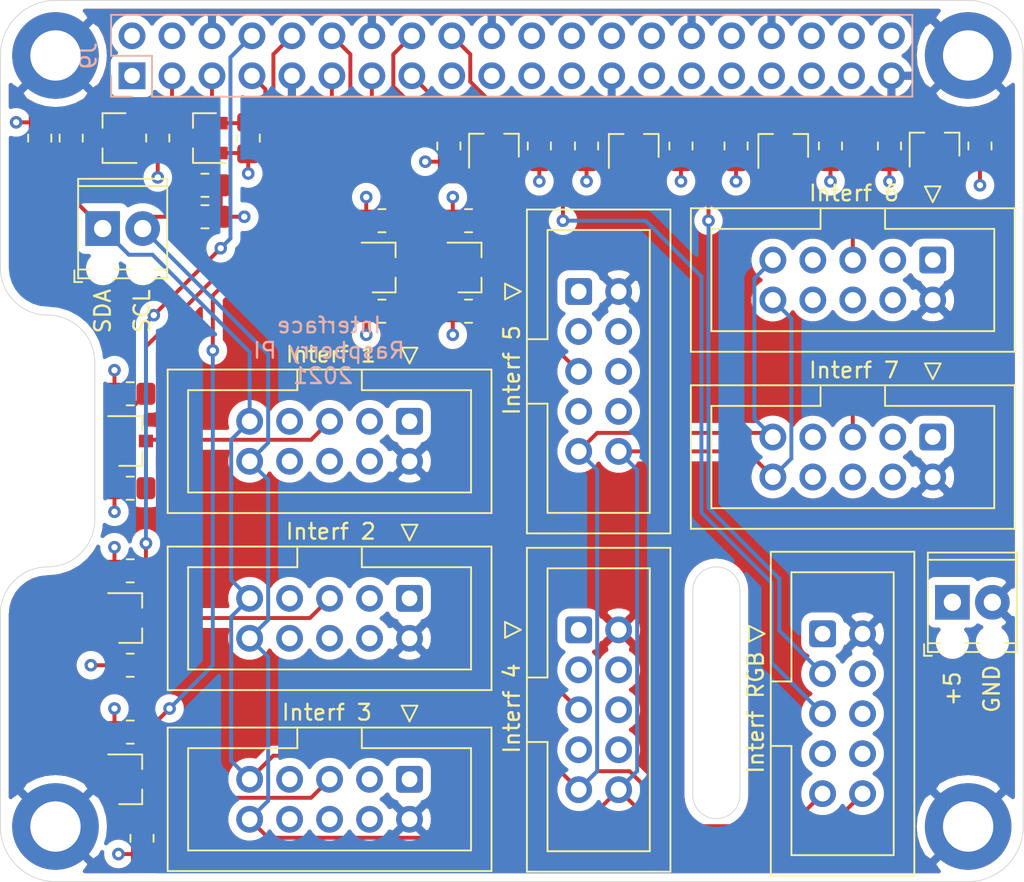
<source format=kicad_pcb>
(kicad_pcb (version 20171130) (host pcbnew 5.1.9-1.fc33)
  (layers (0 F.Cu signal) (1 In1.Cu power) (2 In2.Cu power) (31 B.Cu signal) (34 B.Paste user) (35 F.Paste user) (36 B.SilkS user) (37 F.SilkS user) (38 B.Mask user) (39 F.Mask user) (44 Edge.Cuts user))
  (net 0 "")
  (net 1 SCL_5)
  (net 2 "Net-(J1-Pad8)")
  (net 3 "Net-(J1-Pad6)")
  (net 4 "Net-(J1-Pad4)")
  (net 5 GND)
  (net 6 SDA_5)
  (net 7 "Net-(J1-Pad7)")
  (net 8 IRQ_5)
  (net 9 "Net-(J1-Pad3)")
  (net 10 +5V)
  (net 11 "Net-(J2-Pad8)")
  (net 12 "Net-(J2-Pad6)")
  (net 13 "Net-(J2-Pad4)")
  (net 14 "Net-(J2-Pad7)")
  (net 15 IRQ_7)
  (net 16 "Net-(J2-Pad3)")
  (net 17 "Net-(J3-Pad8)")
  (net 18 "Net-(J3-Pad6)")
  (net 19 "Net-(J3-Pad4)")
  (net 20 "Net-(J3-Pad7)")
  (net 21 IRQ_1)
  (net 22 "Net-(J3-Pad3)")
  (net 23 "Net-(J4-Pad8)")
  (net 24 "Net-(J4-Pad6)")
  (net 25 "Net-(J4-Pad4)")
  (net 26 "Net-(J4-Pad7)")
  (net 27 IRQ_3)
  (net 28 "Net-(J4-Pad3)")
  (net 29 "Net-(J5-Pad8)")
  (net 30 "Net-(J5-Pad6)")
  (net 31 "Net-(J5-Pad4)")
  (net 32 "Net-(J5-Pad7)")
  (net 33 IRQ_6)
  (net 34 "Net-(J5-Pad3)")
  (net 35 "Net-(J6-Pad8)")
  (net 36 "Net-(J6-Pad6)")
  (net 37 "Net-(J6-Pad4)")
  (net 38 "Net-(J6-Pad7)")
  (net 39 IRQ_RGB)
  (net 40 CMD_LED)
  (net 41 "Net-(J7-Pad8)")
  (net 42 "Net-(J7-Pad6)")
  (net 43 "Net-(J7-Pad4)")
  (net 44 "Net-(J7-Pad7)")
  (net 45 IRQ_2)
  (net 46 "Net-(J7-Pad3)")
  (net 47 "Net-(J8-Pad8)")
  (net 48 "Net-(J8-Pad6)")
  (net 49 "Net-(J8-Pad4)")
  (net 50 "Net-(J8-Pad7)")
  (net 51 IRQ_4)
  (net 52 "Net-(J8-Pad3)")
  (net 53 "Net-(J9-Pad40)")
  (net 54 "Net-(J9-Pad38)")
  (net 55 "Net-(J9-Pad37)")
  (net 56 "Net-(J9-Pad36)")
  (net 57 "Net-(J9-Pad35)")
  (net 58 "Net-(J9-Pad33)")
  (net 59 "Net-(J9-Pad32)")
  (net 60 "Net-(J9-Pad31)")
  (net 61 "Net-(J9-Pad29)")
  (net 62 "Net-(J9-Pad28)")
  (net 63 "Net-(J9-Pad27)")
  (net 64 "Net-(J9-Pad26)")
  (net 65 "Net-(J9-Pad24)")
  (net 66 "Net-(J9-Pad23)")
  (net 67 "Net-(J9-Pad22)")
  (net 68 "Net-(J9-Pad21)")
  (net 69 "Net-(J9-Pad19)")
  (net 70 /sheet6066AC71/LV)
  (net 71 +3V3)
  (net 72 /sheet6066AC6D/LV)
  (net 73 /sheet6066AC69/LV)
  (net 74 /sheet60678434/LV)
  (net 75 /sheet6066A90B/LV)
  (net 76 /sheet60660B0A/LV)
  (net 77 /sheet606607B4/LV)
  (net 78 /sheet60654D4D/LV)
  (net 79 /sheet606549F7/LV)
  (net 80 SCL_33)
  (net 81 SDA_33)
  (module Resistor_SMD:R_0805_2012Metric_Pad1.20x1.40mm_HandSolder (layer F.Cu) (at 88 103.75 180)
    (fp_text reference R25 hide)
    (fp_text value 4.7k)
    (pad 2 smd roundrect (at 1 0 180) (size 1.2 1.4) (layers F.Cu F.Paste F.Mask) (roundrect_rratio 0.208333) (net 1 SCL_5))
    (pad 1 smd roundrect (at -1 0 180) (size 1.2 1.4) (layers F.Cu F.Paste F.Mask) (roundrect_rratio 0.208333) (net 10 +5V))
  )
  (module Resistor_SMD:R_0805_2012Metric_Pad1.20x1.40mm_HandSolder (layer F.Cu) (at 77.5 98.75 270)
    (fp_text reference R24 hide)
    (fp_text value 4.7k)
    (pad 2 smd roundrect (at 1 0 270) (size 1.2 1.4) (layers F.Cu F.Paste F.Mask) (roundrect_rratio 0.208333) (net 6 SDA_5))
    (pad 1 smd roundrect (at -1 0 270) (size 1.2 1.4) (layers F.Cu F.Paste F.Mask) (roundrect_rratio 0.208333) (net 10 +5V))
  )
  (module TerminalBlock_Phoenix:TerminalBlock_Phoenix_MPT-0,5-2-2.54_1x02_P2.54mm_Horizontal (layer F.Cu) (at 135.5 128.25)
    (fp_text reference J11 hide)
    (fp_text value "I2C 5V")
    (pad "" np_thru_hole circle (at 2.54 2.54) (size 1.1 1.1) (drill 1.1) (layers *.Cu *.Mask))
    (pad 2 thru_hole circle (at 2.54 0) (size 2.2 2.2) (drill 1.1) (layers *.Cu *.Mask) (net 5 GND))
    (pad "" np_thru_hole circle (at 0 2.54) (size 1.1 1.1) (drill 1.1) (layers *.Cu *.Mask))
    (pad 1 thru_hole rect (at 0 0) (size 2.2 2.2) (drill 1.1) (layers *.Cu *.Mask) (net 10 +5V))
  )
  (module TerminalBlock_Phoenix:TerminalBlock_Phoenix_MPT-0,5-2-2.54_1x02_P2.54mm_Horizontal (layer F.Cu) (at 81.5 104.5)
    (fp_text reference J10 hide)
    (fp_text value "I2C 5V")
    (pad "" np_thru_hole circle (at 2.54 2.54) (size 1.1 1.1) (drill 1.1) (layers *.Cu *.Mask))
    (pad 2 thru_hole circle (at 2.54 0) (size 2.2 2.2) (drill 1.1) (layers *.Cu *.Mask) (net 1 SCL_5))
    (pad "" np_thru_hole circle (at 0 2.54) (size 1.1 1.1) (drill 1.1) (layers *.Cu *.Mask))
    (pad 1 thru_hole rect (at 0 0) (size 2.2 2.2) (drill 1.1) (layers *.Cu *.Mask) (net 6 SDA_5))
  )
  (module MountingHole:MountingHole_3.2mm_M3_ISO14580_Pad (layer F.Cu) (at 136.5 142.5)
    (fp_text reference H4 hide)
    (fp_text value MountingHole_Pad)
    (pad 1 thru_hole circle (at 0 0) (size 5.5 5.5) (drill 3.2) (layers *.Cu *.Mask) (net 5 GND))
  )
  (module MountingHole:MountingHole_3.2mm_M3_ISO14580_Pad (layer F.Cu) (at 136.5 93.5)
    (fp_text reference H3 hide)
    (fp_text value MountingHole_Pad)
    (pad 1 thru_hole circle (at 0 0) (size 5.5 5.5) (drill 3.2) (layers *.Cu *.Mask) (net 5 GND))
  )
  (module MountingHole:MountingHole_3.2mm_M3_ISO14580_Pad (layer F.Cu) (at 78.5 142.5)
    (fp_text reference H2 hide)
    (fp_text value MountingHole_Pad)
    (pad 1 thru_hole circle (at 0 0) (size 5.5 5.5) (drill 3.2) (layers *.Cu *.Mask) (net 5 GND))
  )
  (module MountingHole:MountingHole_3.2mm_M3_ISO14580_Pad (layer F.Cu) (at 78.5 93.5)
    (fp_text reference H1 hide)
    (fp_text value MountingHole_Pad)
    (pad 1 thru_hole circle (at 0 0) (size 5.5 5.5) (drill 3.2) (layers *.Cu *.Mask) (net 5 GND))
  )
  (module Resistor_SMD:R_0805_2012Metric_Pad1.20x1.40mm_HandSolder (layer F.Cu) (at 118.25 99.25 90)
    (fp_text reference R22 hide)
    (fp_text value 10K)
    (pad 2 smd roundrect (at 1 0 90) (size 1.2 1.4) (layers F.Cu F.Paste F.Mask) (roundrect_rratio 0.208333) (net 40 CMD_LED))
    (pad 1 smd roundrect (at -1 0 90) (size 1.2 1.4) (layers F.Cu F.Paste F.Mask) (roundrect_rratio 0.208333) (net 10 +5V))
  )
  (module Resistor_SMD:R_0805_2012Metric_Pad1.20x1.40mm_HandSolder (layer F.Cu) (at 112.25 99.25 90)
    (fp_text reference R21 hide)
    (fp_text value 10K)
    (pad 2 smd roundrect (at 1 0 90) (size 1.2 1.4) (layers F.Cu F.Paste F.Mask) (roundrect_rratio 0.208333) (net 74 /sheet60678434/LV))
    (pad 1 smd roundrect (at -1 0 90) (size 1.2 1.4) (layers F.Cu F.Paste F.Mask) (roundrect_rratio 0.208333) (net 71 +3V3))
  )
  (module Resistor_SMD:R_0805_2012Metric_Pad1.20x1.40mm_HandSolder (layer F.Cu) (at 109.25 99.25 90)
    (fp_text reference R20 hide)
    (fp_text value 10K)
    (pad 2 smd roundrect (at 1 0 90) (size 1.2 1.4) (layers F.Cu F.Paste F.Mask) (roundrect_rratio 0.208333) (net 39 IRQ_RGB))
    (pad 1 smd roundrect (at -1 0 90) (size 1.2 1.4) (layers F.Cu F.Paste F.Mask) (roundrect_rratio 0.208333) (net 10 +5V))
  )
  (module Resistor_SMD:R_0805_2012Metric_Pad1.20x1.40mm_HandSolder (layer F.Cu) (at 103.5 99.25 90)
    (fp_text reference R19 hide)
    (fp_text value 10K)
    (pad 2 smd roundrect (at 1 0 90) (size 1.2 1.4) (layers F.Cu F.Paste F.Mask) (roundrect_rratio 0.208333) (net 70 /sheet6066AC71/LV))
    (pad 1 smd roundrect (at -1 0 90) (size 1.2 1.4) (layers F.Cu F.Paste F.Mask) (roundrect_rratio 0.208333) (net 71 +3V3))
  )
  (module Resistor_SMD:R_0805_2012Metric_Pad1.20x1.40mm_HandSolder (layer F.Cu) (at 127.75 99.25 90)
    (fp_text reference R18 hide)
    (fp_text value 10K)
    (pad 2 smd roundrect (at 1 0 90) (size 1.2 1.4) (layers F.Cu F.Paste F.Mask) (roundrect_rratio 0.208333) (net 33 IRQ_6))
    (pad 1 smd roundrect (at -1 0 90) (size 1.2 1.4) (layers F.Cu F.Paste F.Mask) (roundrect_rratio 0.208333) (net 10 +5V))
  )
  (module Resistor_SMD:R_0805_2012Metric_Pad1.20x1.40mm_HandSolder (layer F.Cu) (at 121.75 99.25 90)
    (fp_text reference R17 hide)
    (fp_text value 10K)
    (pad 2 smd roundrect (at 1 0 90) (size 1.2 1.4) (layers F.Cu F.Paste F.Mask) (roundrect_rratio 0.208333) (net 72 /sheet6066AC6D/LV))
    (pad 1 smd roundrect (at -1 0 90) (size 1.2 1.4) (layers F.Cu F.Paste F.Mask) (roundrect_rratio 0.208333) (net 71 +3V3))
  )
  (module Resistor_SMD:R_0805_2012Metric_Pad1.20x1.40mm_HandSolder (layer F.Cu) (at 137.25 99.25 90)
    (fp_text reference R16 hide)
    (fp_text value 10K)
    (pad 2 smd roundrect (at 1 0 90) (size 1.2 1.4) (layers F.Cu F.Paste F.Mask) (roundrect_rratio 0.208333) (net 15 IRQ_7))
    (pad 1 smd roundrect (at -1 0 90) (size 1.2 1.4) (layers F.Cu F.Paste F.Mask) (roundrect_rratio 0.208333) (net 10 +5V))
  )
  (module Resistor_SMD:R_0805_2012Metric_Pad1.20x1.40mm_HandSolder (layer F.Cu) (at 131.5 99.25 90)
    (fp_text reference R15 hide)
    (fp_text value 10K)
    (pad 2 smd roundrect (at 1 0 90) (size 1.2 1.4) (layers F.Cu F.Paste F.Mask) (roundrect_rratio 0.208333) (net 73 /sheet6066AC69/LV))
    (pad 1 smd roundrect (at -1 0 90) (size 1.2 1.4) (layers F.Cu F.Paste F.Mask) (roundrect_rratio 0.208333) (net 71 +3V3))
  )
  (module Resistor_SMD:R_0805_2012Metric_Pad1.20x1.40mm_HandSolder (layer F.Cu) (at 104.75 109.75)
    (fp_text reference R14 hide)
    (fp_text value 10K)
    (pad 2 smd roundrect (at 1 0) (size 1.2 1.4) (layers F.Cu F.Paste F.Mask) (roundrect_rratio 0.208333) (net 8 IRQ_5))
    (pad 1 smd roundrect (at -1 0) (size 1.2 1.4) (layers F.Cu F.Paste F.Mask) (roundrect_rratio 0.208333) (net 10 +5V))
  )
  (module Resistor_SMD:R_0805_2012Metric_Pad1.20x1.40mm_HandSolder (layer F.Cu) (at 104.75 104)
    (fp_text reference R13 hide)
    (fp_text value 10K)
    (pad 2 smd roundrect (at 1 0) (size 1.2 1.4) (layers F.Cu F.Paste F.Mask) (roundrect_rratio 0.208333) (net 75 /sheet6066A90B/LV))
    (pad 1 smd roundrect (at -1 0) (size 1.2 1.4) (layers F.Cu F.Paste F.Mask) (roundrect_rratio 0.208333) (net 71 +3V3))
  )
  (module Resistor_SMD:R_0805_2012Metric_Pad1.20x1.40mm_HandSolder (layer F.Cu) (at 99.25 109.75)
    (fp_text reference R12 hide)
    (fp_text value 10K)
    (pad 2 smd roundrect (at 1 0) (size 1.2 1.4) (layers F.Cu F.Paste F.Mask) (roundrect_rratio 0.208333) (net 51 IRQ_4))
    (pad 1 smd roundrect (at -1 0) (size 1.2 1.4) (layers F.Cu F.Paste F.Mask) (roundrect_rratio 0.208333) (net 10 +5V))
  )
  (module Resistor_SMD:R_0805_2012Metric_Pad1.20x1.40mm_HandSolder (layer F.Cu) (at 99.25 104)
    (fp_text reference R11 hide)
    (fp_text value 10K)
    (pad 2 smd roundrect (at 1 0) (size 1.2 1.4) (layers F.Cu F.Paste F.Mask) (roundrect_rratio 0.208333) (net 76 /sheet60660B0A/LV))
    (pad 1 smd roundrect (at -1 0) (size 1.2 1.4) (layers F.Cu F.Paste F.Mask) (roundrect_rratio 0.208333) (net 71 +3V3))
  )
  (module Resistor_SMD:R_0805_2012Metric_Pad1.20x1.40mm_HandSolder (layer F.Cu) (at 84 143.25 90)
    (fp_text reference R10 hide)
    (fp_text value 10K)
    (pad 2 smd roundrect (at 1 0 90) (size 1.2 1.4) (layers F.Cu F.Paste F.Mask) (roundrect_rratio 0.208333) (net 27 IRQ_3))
    (pad 1 smd roundrect (at -1 0 90) (size 1.2 1.4) (layers F.Cu F.Paste F.Mask) (roundrect_rratio 0.208333) (net 10 +5V))
  )
  (module Resistor_SMD:R_0805_2012Metric_Pad1.20x1.40mm_HandSolder (layer F.Cu) (at 83.25 136.5)
    (fp_text reference R9 hide)
    (fp_text value 10K)
    (pad 2 smd roundrect (at 1 0) (size 1.2 1.4) (layers F.Cu F.Paste F.Mask) (roundrect_rratio 0.208333) (net 77 /sheet606607B4/LV))
    (pad 1 smd roundrect (at -1 0) (size 1.2 1.4) (layers F.Cu F.Paste F.Mask) (roundrect_rratio 0.208333) (net 71 +3V3))
  )
  (module Resistor_SMD:R_0805_2012Metric_Pad1.20x1.40mm_HandSolder (layer F.Cu) (at 83.25 132.25)
    (fp_text reference R8 hide)
    (fp_text value 10K)
    (pad 2 smd roundrect (at 1 0) (size 1.2 1.4) (layers F.Cu F.Paste F.Mask) (roundrect_rratio 0.208333) (net 45 IRQ_2))
    (pad 1 smd roundrect (at -1 0) (size 1.2 1.4) (layers F.Cu F.Paste F.Mask) (roundrect_rratio 0.208333) (net 10 +5V))
  )
  (module Resistor_SMD:R_0805_2012Metric_Pad1.20x1.40mm_HandSolder (layer F.Cu) (at 83.25 126.25)
    (fp_text reference R7 hide)
    (fp_text value 10K)
    (pad 2 smd roundrect (at 1 0) (size 1.2 1.4) (layers F.Cu F.Paste F.Mask) (roundrect_rratio 0.208333) (net 78 /sheet60654D4D/LV))
    (pad 1 smd roundrect (at -1 0) (size 1.2 1.4) (layers F.Cu F.Paste F.Mask) (roundrect_rratio 0.208333) (net 71 +3V3))
  )
  (module Resistor_SMD:R_0805_2012Metric_Pad1.20x1.40mm_HandSolder (layer F.Cu) (at 83.25 121)
    (fp_text reference R6 hide)
    (fp_text value 10K)
    (pad 2 smd roundrect (at 1 0) (size 1.2 1.4) (layers F.Cu F.Paste F.Mask) (roundrect_rratio 0.208333) (net 21 IRQ_1))
    (pad 1 smd roundrect (at -1 0) (size 1.2 1.4) (layers F.Cu F.Paste F.Mask) (roundrect_rratio 0.208333) (net 10 +5V))
  )
  (module Resistor_SMD:R_0805_2012Metric_Pad1.20x1.40mm_HandSolder (layer F.Cu) (at 83.25 115)
    (fp_text reference R5 hide)
    (fp_text value 10K)
    (pad 2 smd roundrect (at 1 0) (size 1.2 1.4) (layers F.Cu F.Paste F.Mask) (roundrect_rratio 0.208333) (net 79 /sheet606549F7/LV))
    (pad 1 smd roundrect (at -1 0) (size 1.2 1.4) (layers F.Cu F.Paste F.Mask) (roundrect_rratio 0.208333) (net 71 +3V3))
  )
  (module Resistor_SMD:R_0805_2012Metric_Pad1.20x1.40mm_HandSolder (layer F.Cu) (at 88 101.75 180)
    (fp_text reference R4 hide)
    (fp_text value 10K)
    (pad 2 smd roundrect (at 1 0 180) (size 1.2 1.4) (layers F.Cu F.Paste F.Mask) (roundrect_rratio 0.208333) (net 1 SCL_5))
    (pad 1 smd roundrect (at -1 0 180) (size 1.2 1.4) (layers F.Cu F.Paste F.Mask) (roundrect_rratio 0.208333) (net 10 +5V))
  )
  (module Resistor_SMD:R_0805_2012Metric_Pad1.20x1.40mm_HandSolder (layer F.Cu) (at 90.75 98.75 90)
    (fp_text reference R3 hide)
    (fp_text value 10K)
    (pad 2 smd roundrect (at 1 0 90) (size 1.2 1.4) (layers F.Cu F.Paste F.Mask) (roundrect_rratio 0.208333) (net 80 SCL_33))
    (pad 1 smd roundrect (at -1 0 90) (size 1.2 1.4) (layers F.Cu F.Paste F.Mask) (roundrect_rratio 0.208333) (net 71 +3V3))
  )
  (module Resistor_SMD:R_0805_2012Metric_Pad1.20x1.40mm_HandSolder (layer F.Cu) (at 79.5 98.75 270)
    (fp_text reference R2 hide)
    (fp_text value 10K)
    (pad 2 smd roundrect (at 1 0 270) (size 1.2 1.4) (layers F.Cu F.Paste F.Mask) (roundrect_rratio 0.208333) (net 6 SDA_5))
    (pad 1 smd roundrect (at -1 0 270) (size 1.2 1.4) (layers F.Cu F.Paste F.Mask) (roundrect_rratio 0.208333) (net 10 +5V))
  )
  (module Resistor_SMD:R_0805_2012Metric_Pad1.20x1.40mm_HandSolder (layer F.Cu) (at 85 98.75 90)
    (fp_text reference R1 hide)
    (fp_text value 10K)
    (pad 2 smd roundrect (at 1 0 90) (size 1.2 1.4) (layers F.Cu F.Paste F.Mask) (roundrect_rratio 0.208333) (net 81 SDA_33))
    (pad 1 smd roundrect (at -1 0 90) (size 1.2 1.4) (layers F.Cu F.Paste F.Mask) (roundrect_rratio 0.208333) (net 71 +3V3))
  )
  (module Package_TO_SOT_SMD:SOT-23 (layer F.Cu) (at 115.25 99.25 90)
    (fp_text reference Q11 hide)
    (fp_text value BSS138)
    (pad 3 smd rect (at 1 0 90) (size 0.9 0.8) (layers F.Cu F.Paste F.Mask) (net 40 CMD_LED))
    (pad 2 smd rect (at -1 0.95 90) (size 0.9 0.8) (layers F.Cu F.Paste F.Mask) (net 74 /sheet60678434/LV))
    (pad 1 smd rect (at -1 -0.95 90) (size 0.9 0.8) (layers F.Cu F.Paste F.Mask) (net 71 +3V3))
  )
  (module Package_TO_SOT_SMD:SOT-23 (layer F.Cu) (at 106.365001 99.235001 90)
    (fp_text reference Q10 hide)
    (fp_text value BSS138)
    (pad 3 smd rect (at 1 0 90) (size 0.9 0.8) (layers F.Cu F.Paste F.Mask) (net 39 IRQ_RGB))
    (pad 2 smd rect (at -1 0.95 90) (size 0.9 0.8) (layers F.Cu F.Paste F.Mask) (net 70 /sheet6066AC71/LV))
    (pad 1 smd rect (at -1 -0.95 90) (size 0.9 0.8) (layers F.Cu F.Paste F.Mask) (net 71 +3V3))
  )
  (module Package_TO_SOT_SMD:SOT-23 (layer F.Cu) (at 124.75 99.25 90)
    (fp_text reference Q9 hide)
    (fp_text value BSS138)
    (pad 3 smd rect (at 1 0 90) (size 0.9 0.8) (layers F.Cu F.Paste F.Mask) (net 33 IRQ_6))
    (pad 2 smd rect (at -1 0.95 90) (size 0.9 0.8) (layers F.Cu F.Paste F.Mask) (net 72 /sheet6066AC6D/LV))
    (pad 1 smd rect (at -1 -0.95 90) (size 0.9 0.8) (layers F.Cu F.Paste F.Mask) (net 71 +3V3))
  )
  (module Package_TO_SOT_SMD:SOT-23 (layer F.Cu) (at 134.365001 99.165001 90)
    (fp_text reference Q8 hide)
    (fp_text value BSS138)
    (pad 3 smd rect (at 1 0 90) (size 0.9 0.8) (layers F.Cu F.Paste F.Mask) (net 15 IRQ_7))
    (pad 2 smd rect (at -1 0.95 90) (size 0.9 0.8) (layers F.Cu F.Paste F.Mask) (net 73 /sheet6066AC69/LV))
    (pad 1 smd rect (at -1 -0.95 90) (size 0.9 0.8) (layers F.Cu F.Paste F.Mask) (net 71 +3V3))
  )
  (module Package_TO_SOT_SMD:SOT-23 (layer F.Cu) (at 104.815001 106.975001)
    (fp_text reference Q7 hide)
    (fp_text value BSS138)
    (pad 3 smd rect (at 1 0) (size 0.9 0.8) (layers F.Cu F.Paste F.Mask) (net 8 IRQ_5))
    (pad 2 smd rect (at -1 0.95) (size 0.9 0.8) (layers F.Cu F.Paste F.Mask) (net 75 /sheet6066A90B/LV))
    (pad 1 smd rect (at -1 -0.95) (size 0.9 0.8) (layers F.Cu F.Paste F.Mask) (net 71 +3V3))
  )
  (module Package_TO_SOT_SMD:SOT-23 (layer F.Cu) (at 99.355001 106.975001)
    (fp_text reference Q6 hide)
    (fp_text value BSS138)
    (pad 3 smd rect (at 1 0) (size 0.9 0.8) (layers F.Cu F.Paste F.Mask) (net 51 IRQ_4))
    (pad 2 smd rect (at -1 0.95) (size 0.9 0.8) (layers F.Cu F.Paste F.Mask) (net 76 /sheet60660B0A/LV))
    (pad 1 smd rect (at -1 -0.95) (size 0.9 0.8) (layers F.Cu F.Paste F.Mask) (net 71 +3V3))
  )
  (module Package_TO_SOT_SMD:SOT-23 (layer F.Cu) (at 83.25 139.5)
    (fp_text reference Q5 hide)
    (fp_text value BSS138)
    (pad 3 smd rect (at 1 0) (size 0.9 0.8) (layers F.Cu F.Paste F.Mask) (net 27 IRQ_3))
    (pad 2 smd rect (at -1 0.95) (size 0.9 0.8) (layers F.Cu F.Paste F.Mask) (net 77 /sheet606607B4/LV))
    (pad 1 smd rect (at -1 -0.95) (size 0.9 0.8) (layers F.Cu F.Paste F.Mask) (net 71 +3V3))
  )
  (module Package_TO_SOT_SMD:SOT-23 (layer F.Cu) (at 83.25 129.25)
    (fp_text reference Q4 hide)
    (fp_text value BSS138)
    (pad 3 smd rect (at 1 0) (size 0.9 0.8) (layers F.Cu F.Paste F.Mask) (net 45 IRQ_2))
    (pad 2 smd rect (at -1 0.95) (size 0.9 0.8) (layers F.Cu F.Paste F.Mask) (net 78 /sheet60654D4D/LV))
    (pad 1 smd rect (at -1 -0.95) (size 0.9 0.8) (layers F.Cu F.Paste F.Mask) (net 71 +3V3))
  )
  (module Package_TO_SOT_SMD:SOT-23 (layer F.Cu) (at 83.25 118)
    (fp_text reference Q3 hide)
    (fp_text value BSS138)
    (pad 3 smd rect (at 1 0) (size 0.9 0.8) (layers F.Cu F.Paste F.Mask) (net 21 IRQ_1))
    (pad 2 smd rect (at -1 0.95) (size 0.9 0.8) (layers F.Cu F.Paste F.Mask) (net 79 /sheet606549F7/LV))
    (pad 1 smd rect (at -1 -0.95) (size 0.9 0.8) (layers F.Cu F.Paste F.Mask) (net 71 +3V3))
  )
  (module Package_TO_SOT_SMD:SOT-23 (layer F.Cu) (at 88 98.75 180)
    (fp_text reference Q2 hide)
    (fp_text value BSS138)
    (pad 3 smd rect (at 1 0 180) (size 0.9 0.8) (layers F.Cu F.Paste F.Mask) (net 1 SCL_5))
    (pad 2 smd rect (at -1 0.95 180) (size 0.9 0.8) (layers F.Cu F.Paste F.Mask) (net 80 SCL_33))
    (pad 1 smd rect (at -1 -0.95 180) (size 0.9 0.8) (layers F.Cu F.Paste F.Mask) (net 71 +3V3))
  )
  (module Package_TO_SOT_SMD:SOT-23 (layer F.Cu) (at 82.25 98.75 180)
    (fp_text reference Q1 hide)
    (fp_text value BSS138)
    (pad 3 smd rect (at 1 0 180) (size 0.9 0.8) (layers F.Cu F.Paste F.Mask) (net 6 SDA_5))
    (pad 2 smd rect (at -1 0.95 180) (size 0.9 0.8) (layers F.Cu F.Paste F.Mask) (net 81 SDA_33))
    (pad 1 smd rect (at -1 -0.95 180) (size 0.9 0.8) (layers F.Cu F.Paste F.Mask) (net 71 +3V3))
  )
  (module Connector_PinSocket_2.54mm:PinSocket_2x20_P2.54mm_Vertical (layer B.Cu) (at 83.365 94.79 270)
    (fp_text reference J9 (at -1.27 2.77 270) (layer B.SilkS) (effects (justify mirror)))
    (fp_text value Raspberry_Pi_2_3)
    (pad 40 thru_hole oval (at -2.54 -48.26 270) (size 1.7 1.7) (drill 1) (layers *.Cu *.Mask) (net 53 "Net-(J9-Pad40)"))
    (pad 39 thru_hole oval (at 0 -48.26 270) (size 1.7 1.7) (drill 1) (layers *.Cu *.Mask) (net 5 GND))
    (pad 38 thru_hole oval (at -2.54 -45.72 270) (size 1.7 1.7) (drill 1) (layers *.Cu *.Mask) (net 54 "Net-(J9-Pad38)"))
    (pad 37 thru_hole oval (at 0 -45.72 270) (size 1.7 1.7) (drill 1) (layers *.Cu *.Mask) (net 55 "Net-(J9-Pad37)"))
    (pad 36 thru_hole oval (at -2.54 -43.18 270) (size 1.7 1.7) (drill 1) (layers *.Cu *.Mask) (net 56 "Net-(J9-Pad36)"))
    (pad 35 thru_hole oval (at 0 -43.18 270) (size 1.7 1.7) (drill 1) (layers *.Cu *.Mask) (net 57 "Net-(J9-Pad35)"))
    (pad 34 thru_hole oval (at -2.54 -40.64 270) (size 1.7 1.7) (drill 1) (layers *.Cu *.Mask) (net 5 GND))
    (pad 33 thru_hole oval (at 0 -40.64 270) (size 1.7 1.7) (drill 1) (layers *.Cu *.Mask) (net 58 "Net-(J9-Pad33)"))
    (pad 32 thru_hole oval (at -2.54 -38.1 270) (size 1.7 1.7) (drill 1) (layers *.Cu *.Mask) (net 59 "Net-(J9-Pad32)"))
    (pad 31 thru_hole oval (at 0 -38.1 270) (size 1.7 1.7) (drill 1) (layers *.Cu *.Mask) (net 60 "Net-(J9-Pad31)"))
    (pad 30 thru_hole oval (at -2.54 -35.56 270) (size 1.7 1.7) (drill 1) (layers *.Cu *.Mask) (net 5 GND))
    (pad 29 thru_hole oval (at 0 -35.56 270) (size 1.7 1.7) (drill 1) (layers *.Cu *.Mask) (net 61 "Net-(J9-Pad29)"))
    (pad 28 thru_hole oval (at -2.54 -33.02 270) (size 1.7 1.7) (drill 1) (layers *.Cu *.Mask) (net 62 "Net-(J9-Pad28)"))
    (pad 27 thru_hole oval (at 0 -33.02 270) (size 1.7 1.7) (drill 1) (layers *.Cu *.Mask) (net 63 "Net-(J9-Pad27)"))
    (pad 26 thru_hole oval (at -2.54 -30.48 270) (size 1.7 1.7) (drill 1) (layers *.Cu *.Mask) (net 64 "Net-(J9-Pad26)"))
    (pad 25 thru_hole oval (at 0 -30.48 270) (size 1.7 1.7) (drill 1) (layers *.Cu *.Mask) (net 5 GND))
    (pad 24 thru_hole oval (at -2.54 -27.94 270) (size 1.7 1.7) (drill 1) (layers *.Cu *.Mask) (net 65 "Net-(J9-Pad24)"))
    (pad 23 thru_hole oval (at 0 -27.94 270) (size 1.7 1.7) (drill 1) (layers *.Cu *.Mask) (net 66 "Net-(J9-Pad23)"))
    (pad 22 thru_hole oval (at -2.54 -25.4 270) (size 1.7 1.7) (drill 1) (layers *.Cu *.Mask) (net 67 "Net-(J9-Pad22)"))
    (pad 21 thru_hole oval (at 0 -25.4 270) (size 1.7 1.7) (drill 1) (layers *.Cu *.Mask) (net 68 "Net-(J9-Pad21)"))
    (pad 20 thru_hole oval (at -2.54 -22.86 270) (size 1.7 1.7) (drill 1) (layers *.Cu *.Mask) (net 5 GND))
    (pad 19 thru_hole oval (at 0 -22.86 270) (size 1.7 1.7) (drill 1) (layers *.Cu *.Mask) (net 69 "Net-(J9-Pad19)"))
    (pad 18 thru_hole oval (at -2.54 -20.32 270) (size 1.7 1.7) (drill 1) (layers *.Cu *.Mask) (net 73 /sheet6066AC69/LV))
    (pad 17 thru_hole oval (at 0 -20.32 270) (size 1.7 1.7) (drill 1) (layers *.Cu *.Mask) (net 71 +3V3))
    (pad 16 thru_hole oval (at -2.54 -17.78 270) (size 1.7 1.7) (drill 1) (layers *.Cu *.Mask) (net 74 /sheet60678434/LV))
    (pad 15 thru_hole oval (at 0 -17.78 270) (size 1.7 1.7) (drill 1) (layers *.Cu *.Mask) (net 72 /sheet6066AC6D/LV))
    (pad 14 thru_hole oval (at -2.54 -15.24 270) (size 1.7 1.7) (drill 1) (layers *.Cu *.Mask) (net 5 GND))
    (pad 13 thru_hole oval (at 0 -15.24 270) (size 1.7 1.7) (drill 1) (layers *.Cu *.Mask) (net 70 /sheet6066AC71/LV))
    (pad 12 thru_hole oval (at -2.54 -12.7 270) (size 1.7 1.7) (drill 1) (layers *.Cu *.Mask) (net 75 /sheet6066A90B/LV))
    (pad 11 thru_hole oval (at 0 -12.7 270) (size 1.7 1.7) (drill 1) (layers *.Cu *.Mask) (net 76 /sheet60660B0A/LV))
    (pad 10 thru_hole oval (at -2.54 -10.16 270) (size 1.7 1.7) (drill 1) (layers *.Cu *.Mask) (net 77 /sheet606607B4/LV))
    (pad 9 thru_hole oval (at 0 -10.16 270) (size 1.7 1.7) (drill 1) (layers *.Cu *.Mask) (net 5 GND))
    (pad 8 thru_hole oval (at -2.54 -7.62 270) (size 1.7 1.7) (drill 1) (layers *.Cu *.Mask) (net 78 /sheet60654D4D/LV))
    (pad 7 thru_hole oval (at 0 -7.62 270) (size 1.7 1.7) (drill 1) (layers *.Cu *.Mask) (net 79 /sheet606549F7/LV))
    (pad 6 thru_hole oval (at -2.54 -5.08 270) (size 1.7 1.7) (drill 1) (layers *.Cu *.Mask) (net 5 GND))
    (pad 5 thru_hole oval (at 0 -5.08 270) (size 1.7 1.7) (drill 1) (layers *.Cu *.Mask) (net 80 SCL_33))
    (pad 4 thru_hole oval (at -2.54 -2.54 270) (size 1.7 1.7) (drill 1) (layers *.Cu *.Mask) (net 10 +5V))
    (pad 3 thru_hole oval (at 0 -2.54 270) (size 1.7 1.7) (drill 1) (layers *.Cu *.Mask) (net 81 SDA_33))
    (pad 2 thru_hole oval (at -2.54 0 270) (size 1.7 1.7) (drill 1) (layers *.Cu *.Mask) (net 10 +5V))
    (pad 1 thru_hole rect (at 0 0 270) (size 1.7 1.7) (drill 1) (layers *.Cu *.Mask) (net 71 +3V3))
  )
  (module Connector_IDC:IDC-Header_2x05_P2.54mm_Vertical (layer F.Cu) (at 111.75 130)
    (fp_text reference J8 hide)
    (fp_text value "Interf 4")
    (pad 10 thru_hole circle (at 2.54 10.16) (size 1.7 1.7) (drill 1) (layers *.Cu *.Mask) (net 1 SCL_5))
    (pad 8 thru_hole circle (at 2.54 7.62) (size 1.7 1.7) (drill 1) (layers *.Cu *.Mask) (net 47 "Net-(J8-Pad8)"))
    (pad 6 thru_hole circle (at 2.54 5.08) (size 1.7 1.7) (drill 1) (layers *.Cu *.Mask) (net 48 "Net-(J8-Pad6)"))
    (pad 4 thru_hole circle (at 2.54 2.54) (size 1.7 1.7) (drill 1) (layers *.Cu *.Mask) (net 49 "Net-(J8-Pad4)"))
    (pad 2 thru_hole circle (at 2.54 0) (size 1.7 1.7) (drill 1) (layers *.Cu *.Mask) (net 5 GND))
    (pad 9 thru_hole circle (at 0 10.16) (size 1.7 1.7) (drill 1) (layers *.Cu *.Mask) (net 6 SDA_5))
    (pad 7 thru_hole circle (at 0 7.62) (size 1.7 1.7) (drill 1) (layers *.Cu *.Mask) (net 50 "Net-(J8-Pad7)"))
    (pad 5 thru_hole circle (at 0 5.08) (size 1.7 1.7) (drill 1) (layers *.Cu *.Mask) (net 51 IRQ_4))
    (pad 3 thru_hole circle (at 0 2.54) (size 1.7 1.7) (drill 1) (layers *.Cu *.Mask) (net 52 "Net-(J8-Pad3)"))
    (pad 1 thru_hole roundrect (at 0 0) (size 1.7 1.7) (drill 1) (layers *.Cu *.Mask) (roundrect_rratio 0.147059) (net 10 +5V))
  )
  (module Connector_IDC:IDC-Header_2x05_P2.54mm_Vertical (layer F.Cu) (at 101 128 270)
    (fp_text reference J7 hide)
    (fp_text value "Interf 2")
    (pad 10 thru_hole circle (at 2.54 10.16 270) (size 1.7 1.7) (drill 1) (layers *.Cu *.Mask) (net 1 SCL_5))
    (pad 8 thru_hole circle (at 2.54 7.62 270) (size 1.7 1.7) (drill 1) (layers *.Cu *.Mask) (net 41 "Net-(J7-Pad8)"))
    (pad 6 thru_hole circle (at 2.54 5.08 270) (size 1.7 1.7) (drill 1) (layers *.Cu *.Mask) (net 42 "Net-(J7-Pad6)"))
    (pad 4 thru_hole circle (at 2.54 2.54 270) (size 1.7 1.7) (drill 1) (layers *.Cu *.Mask) (net 43 "Net-(J7-Pad4)"))
    (pad 2 thru_hole circle (at 2.54 0 270) (size 1.7 1.7) (drill 1) (layers *.Cu *.Mask) (net 5 GND))
    (pad 9 thru_hole circle (at 0 10.16 270) (size 1.7 1.7) (drill 1) (layers *.Cu *.Mask) (net 6 SDA_5))
    (pad 7 thru_hole circle (at 0 7.62 270) (size 1.7 1.7) (drill 1) (layers *.Cu *.Mask) (net 44 "Net-(J7-Pad7)"))
    (pad 5 thru_hole circle (at 0 5.08 270) (size 1.7 1.7) (drill 1) (layers *.Cu *.Mask) (net 45 IRQ_2))
    (pad 3 thru_hole circle (at 0 2.54 270) (size 1.7 1.7) (drill 1) (layers *.Cu *.Mask) (net 46 "Net-(J7-Pad3)"))
    (pad 1 thru_hole roundrect (at 0 0 270) (size 1.7 1.7) (drill 1) (layers *.Cu *.Mask) (roundrect_rratio 0.147059) (net 10 +5V))
  )
  (module Connector_IDC:IDC-Header_2x05_P2.54mm_Vertical (layer F.Cu) (at 127.25 130.25)
    (fp_text reference J6 hide)
    (fp_text value "Interf RGB")
    (pad 10 thru_hole circle (at 2.54 10.16) (size 1.7 1.7) (drill 1) (layers *.Cu *.Mask) (net 1 SCL_5))
    (pad 8 thru_hole circle (at 2.54 7.62) (size 1.7 1.7) (drill 1) (layers *.Cu *.Mask) (net 35 "Net-(J6-Pad8)"))
    (pad 6 thru_hole circle (at 2.54 5.08) (size 1.7 1.7) (drill 1) (layers *.Cu *.Mask) (net 36 "Net-(J6-Pad6)"))
    (pad 4 thru_hole circle (at 2.54 2.54) (size 1.7 1.7) (drill 1) (layers *.Cu *.Mask) (net 37 "Net-(J6-Pad4)"))
    (pad 2 thru_hole circle (at 2.54 0) (size 1.7 1.7) (drill 1) (layers *.Cu *.Mask) (net 5 GND))
    (pad 9 thru_hole circle (at 0 10.16) (size 1.7 1.7) (drill 1) (layers *.Cu *.Mask) (net 6 SDA_5))
    (pad 7 thru_hole circle (at 0 7.62) (size 1.7 1.7) (drill 1) (layers *.Cu *.Mask) (net 38 "Net-(J6-Pad7)"))
    (pad 5 thru_hole circle (at 0 5.08) (size 1.7 1.7) (drill 1) (layers *.Cu *.Mask) (net 39 IRQ_RGB))
    (pad 3 thru_hole circle (at 0 2.54) (size 1.7 1.7) (drill 1) (layers *.Cu *.Mask) (net 40 CMD_LED))
    (pad 1 thru_hole roundrect (at 0 0) (size 1.7 1.7) (drill 1) (layers *.Cu *.Mask) (roundrect_rratio 0.147059) (net 10 +5V))
  )
  (module Connector_IDC:IDC-Header_2x05_P2.54mm_Vertical (layer F.Cu) (at 134.25 106.5 270)
    (fp_text reference J5 hide)
    (fp_text value "Interf 6")
    (pad 10 thru_hole circle (at 2.54 10.16 270) (size 1.7 1.7) (drill 1) (layers *.Cu *.Mask) (net 1 SCL_5))
    (pad 8 thru_hole circle (at 2.54 7.62 270) (size 1.7 1.7) (drill 1) (layers *.Cu *.Mask) (net 29 "Net-(J5-Pad8)"))
    (pad 6 thru_hole circle (at 2.54 5.08 270) (size 1.7 1.7) (drill 1) (layers *.Cu *.Mask) (net 30 "Net-(J5-Pad6)"))
    (pad 4 thru_hole circle (at 2.54 2.54 270) (size 1.7 1.7) (drill 1) (layers *.Cu *.Mask) (net 31 "Net-(J5-Pad4)"))
    (pad 2 thru_hole circle (at 2.54 0 270) (size 1.7 1.7) (drill 1) (layers *.Cu *.Mask) (net 5 GND))
    (pad 9 thru_hole circle (at 0 10.16 270) (size 1.7 1.7) (drill 1) (layers *.Cu *.Mask) (net 6 SDA_5))
    (pad 7 thru_hole circle (at 0 7.62 270) (size 1.7 1.7) (drill 1) (layers *.Cu *.Mask) (net 32 "Net-(J5-Pad7)"))
    (pad 5 thru_hole circle (at 0 5.08 270) (size 1.7 1.7) (drill 1) (layers *.Cu *.Mask) (net 33 IRQ_6))
    (pad 3 thru_hole circle (at 0 2.54 270) (size 1.7 1.7) (drill 1) (layers *.Cu *.Mask) (net 34 "Net-(J5-Pad3)"))
    (pad 1 thru_hole roundrect (at 0 0 270) (size 1.7 1.7) (drill 1) (layers *.Cu *.Mask) (roundrect_rratio 0.147059) (net 10 +5V))
  )
  (module Connector_IDC:IDC-Header_2x05_P2.54mm_Vertical (layer F.Cu) (at 101 139.5 270)
    (fp_text reference J4 hide)
    (fp_text value "Interf 3")
    (pad 10 thru_hole circle (at 2.54 10.16 270) (size 1.7 1.7) (drill 1) (layers *.Cu *.Mask) (net 1 SCL_5))
    (pad 8 thru_hole circle (at 2.54 7.62 270) (size 1.7 1.7) (drill 1) (layers *.Cu *.Mask) (net 23 "Net-(J4-Pad8)"))
    (pad 6 thru_hole circle (at 2.54 5.08 270) (size 1.7 1.7) (drill 1) (layers *.Cu *.Mask) (net 24 "Net-(J4-Pad6)"))
    (pad 4 thru_hole circle (at 2.54 2.54 270) (size 1.7 1.7) (drill 1) (layers *.Cu *.Mask) (net 25 "Net-(J4-Pad4)"))
    (pad 2 thru_hole circle (at 2.54 0 270) (size 1.7 1.7) (drill 1) (layers *.Cu *.Mask) (net 5 GND))
    (pad 9 thru_hole circle (at 0 10.16 270) (size 1.7 1.7) (drill 1) (layers *.Cu *.Mask) (net 6 SDA_5))
    (pad 7 thru_hole circle (at 0 7.62 270) (size 1.7 1.7) (drill 1) (layers *.Cu *.Mask) (net 26 "Net-(J4-Pad7)"))
    (pad 5 thru_hole circle (at 0 5.08 270) (size 1.7 1.7) (drill 1) (layers *.Cu *.Mask) (net 27 IRQ_3))
    (pad 3 thru_hole circle (at 0 2.54 270) (size 1.7 1.7) (drill 1) (layers *.Cu *.Mask) (net 28 "Net-(J4-Pad3)"))
    (pad 1 thru_hole roundrect (at 0 0 270) (size 1.7 1.7) (drill 1) (layers *.Cu *.Mask) (roundrect_rratio 0.147059) (net 10 +5V))
  )
  (module Connector_IDC:IDC-Header_2x05_P2.54mm_Vertical (layer F.Cu) (at 101 116.75 270)
    (fp_text reference J3 hide)
    (fp_text value "Interf 1")
    (pad 10 thru_hole circle (at 2.54 10.16 270) (size 1.7 1.7) (drill 1) (layers *.Cu *.Mask) (net 1 SCL_5))
    (pad 8 thru_hole circle (at 2.54 7.62 270) (size 1.7 1.7) (drill 1) (layers *.Cu *.Mask) (net 17 "Net-(J3-Pad8)"))
    (pad 6 thru_hole circle (at 2.54 5.08 270) (size 1.7 1.7) (drill 1) (layers *.Cu *.Mask) (net 18 "Net-(J3-Pad6)"))
    (pad 4 thru_hole circle (at 2.54 2.54 270) (size 1.7 1.7) (drill 1) (layers *.Cu *.Mask) (net 19 "Net-(J3-Pad4)"))
    (pad 2 thru_hole circle (at 2.54 0 270) (size 1.7 1.7) (drill 1) (layers *.Cu *.Mask) (net 5 GND))
    (pad 9 thru_hole circle (at 0 10.16 270) (size 1.7 1.7) (drill 1) (layers *.Cu *.Mask) (net 6 SDA_5))
    (pad 7 thru_hole circle (at 0 7.62 270) (size 1.7 1.7) (drill 1) (layers *.Cu *.Mask) (net 20 "Net-(J3-Pad7)"))
    (pad 5 thru_hole circle (at 0 5.08 270) (size 1.7 1.7) (drill 1) (layers *.Cu *.Mask) (net 21 IRQ_1))
    (pad 3 thru_hole circle (at 0 2.54 270) (size 1.7 1.7) (drill 1) (layers *.Cu *.Mask) (net 22 "Net-(J3-Pad3)"))
    (pad 1 thru_hole roundrect (at 0 0 270) (size 1.7 1.7) (drill 1) (layers *.Cu *.Mask) (roundrect_rratio 0.147059) (net 10 +5V))
  )
  (module Connector_IDC:IDC-Header_2x05_P2.54mm_Vertical (layer F.Cu) (at 134.25 117.75 270)
    (fp_text reference J2 hide)
    (fp_text value "Interf 7")
    (pad 10 thru_hole circle (at 2.54 10.16 270) (size 1.7 1.7) (drill 1) (layers *.Cu *.Mask) (net 1 SCL_5))
    (pad 8 thru_hole circle (at 2.54 7.62 270) (size 1.7 1.7) (drill 1) (layers *.Cu *.Mask) (net 11 "Net-(J2-Pad8)"))
    (pad 6 thru_hole circle (at 2.54 5.08 270) (size 1.7 1.7) (drill 1) (layers *.Cu *.Mask) (net 12 "Net-(J2-Pad6)"))
    (pad 4 thru_hole circle (at 2.54 2.54 270) (size 1.7 1.7) (drill 1) (layers *.Cu *.Mask) (net 13 "Net-(J2-Pad4)"))
    (pad 2 thru_hole circle (at 2.54 0 270) (size 1.7 1.7) (drill 1) (layers *.Cu *.Mask) (net 5 GND))
    (pad 9 thru_hole circle (at 0 10.16 270) (size 1.7 1.7) (drill 1) (layers *.Cu *.Mask) (net 6 SDA_5))
    (pad 7 thru_hole circle (at 0 7.62 270) (size 1.7 1.7) (drill 1) (layers *.Cu *.Mask) (net 14 "Net-(J2-Pad7)"))
    (pad 5 thru_hole circle (at 0 5.08 270) (size 1.7 1.7) (drill 1) (layers *.Cu *.Mask) (net 15 IRQ_7))
    (pad 3 thru_hole circle (at 0 2.54 270) (size 1.7 1.7) (drill 1) (layers *.Cu *.Mask) (net 16 "Net-(J2-Pad3)"))
    (pad 1 thru_hole roundrect (at 0 0 270) (size 1.7 1.7) (drill 1) (layers *.Cu *.Mask) (roundrect_rratio 0.147059) (net 10 +5V))
  )
  (module Connector_IDC:IDC-Header_2x05_P2.54mm_Vertical (layer F.Cu) (at 111.75 108.5)
    (fp_text reference J1 hide)
    (fp_text value "Interf 5")
    (pad 10 thru_hole circle (at 2.54 10.16) (size 1.7 1.7) (drill 1) (layers *.Cu *.Mask) (net 1 SCL_5))
    (pad 8 thru_hole circle (at 2.54 7.62) (size 1.7 1.7) (drill 1) (layers *.Cu *.Mask) (net 2 "Net-(J1-Pad8)"))
    (pad 6 thru_hole circle (at 2.54 5.08) (size 1.7 1.7) (drill 1) (layers *.Cu *.Mask) (net 3 "Net-(J1-Pad6)"))
    (pad 4 thru_hole circle (at 2.54 2.54) (size 1.7 1.7) (drill 1) (layers *.Cu *.Mask) (net 4 "Net-(J1-Pad4)"))
    (pad 2 thru_hole circle (at 2.54 0) (size 1.7 1.7) (drill 1) (layers *.Cu *.Mask) (net 5 GND))
    (pad 9 thru_hole circle (at 0 10.16) (size 1.7 1.7) (drill 1) (layers *.Cu *.Mask) (net 6 SDA_5))
    (pad 7 thru_hole circle (at 0 7.62) (size 1.7 1.7) (drill 1) (layers *.Cu *.Mask) (net 7 "Net-(J1-Pad7)"))
    (pad 5 thru_hole circle (at 0 5.08) (size 1.7 1.7) (drill 1) (layers *.Cu *.Mask) (net 8 IRQ_5))
    (pad 3 thru_hole circle (at 0 2.54) (size 1.7 1.7) (drill 1) (layers *.Cu *.Mask) (net 9 "Net-(J1-Pad3)"))
    (pad 1 thru_hole roundrect (at 0 0) (size 1.7 1.7) (drill 1) (layers *.Cu *.Mask) (roundrect_rratio 0.147059) (net 10 +5V))
  )
  (gr_text GND (at 138 133.75 90) (layer F.SilkS) (effects (font (size 1 1))))
  (gr_text +5 (at 135.5 133.75 90) (layer F.SilkS) (effects (font (size 1 1))))
  (gr_text SCL (at 84 109.75 90) (layer F.SilkS) (effects (font (size 1 1))))
  (gr_text SDA (at 81.5 109.75 90) (layer F.SilkS) (effects (font (size 1 1))))
  (gr_text "Interface \nRaspberry PI \n2021" (at 95.5 112.25) (layer B.SilkS) (effects (font (size 1 1)) (justify mirror)))
  (gr_text "Interf RGB" (at 123 135.25 90) (layer F.SilkS) (effects (font (size 1 1))))
  (gr_text "Interf 7" (at 129.25 113.5) (layer F.SilkS) (effects (font (size 1 1))))
  (gr_text "Interf 6" (at 129.25 102.25) (layer F.SilkS) (effects (font (size 1 1))))
  (gr_text "Interf 5" (at 107.5 113.5 90) (layer F.SilkS) (effects (font (size 1 1))))
  (gr_text "Interf 4" (at 107.5 135 90) (layer F.SilkS) (effects (font (size 1 1))))
  (gr_text "Interf 3" (at 95.75 135.25) (layer F.SilkS) (effects (font (size 1 1))))
  (gr_text "Interf 2" (at 96 123.75) (layer F.SilkS) (effects (font (size 1 1))))
  (gr_text "Interf 1" (at 96 112.5) (layer F.SilkS) (effects (font (size 1 1))))
  (gr_arc (start 120.5 127.5) (end 122 127.5) (angle -180) (layer Edge.Cuts) (width 0.05))
  (gr_line (start 122 140.5) (end 122 127.5) (layer Edge.Cuts) (width 0.05))
  (gr_line (start 119 140.5) (end 119 127.5) (layer Edge.Cuts) (width 0.05))
  (gr_arc (start 120.5 140.5) (end 119 140.5) (angle -180) (layer Edge.Cuts) (width 0.05))
  (gr_arc (start 78 123) (end 78 126) (angle -90) (layer Edge.Cuts) (width 0.05))
  (gr_arc (start 78 129) (end 78 126) (angle -90) (layer Edge.Cuts) (width 0.05))
  (gr_arc (start 78 113) (end 81 113) (angle -90) (layer Edge.Cuts) (width 0.05))
  (gr_arc (start 78 107) (end 75 107) (angle -90) (layer Edge.Cuts) (width 0.05))
  (gr_line (start 75 129) (end 75 142.5) (layer Edge.Cuts) (width 0.05))
  (gr_line (start 81 113) (end 81 123) (layer Edge.Cuts) (width 0.05))
  (gr_line (start 75 93.5) (end 75 107) (layer Edge.Cuts) (width 0.05))
  (gr_arc (start 78.5 142.5) (end 75 142.5) (angle -90) (layer Edge.Cuts) (width 0.05))
  (gr_arc (start 136.5 142.5) (end 136.5 146) (angle -90) (layer Edge.Cuts) (width 0.05))
  (gr_arc (start 136.5 93.5) (end 140 93.5) (angle -89.99998363) (layer Edge.Cuts) (width 0.05))
  (gr_arc (start 78.5 93.5) (end 78.5 90) (angle -90) (layer Edge.Cuts) (width 0.05))
  (gr_line (start 136.5 146) (end 78.5 146) (layer Edge.Cuts) (width 0.05))
  (gr_line (start 140 93.5) (end 140 142.5) (layer Edge.Cuts) (width 0.05))
  (gr_line (start 78.5 90) (end 136.5 90) (layer Edge.Cuts) (width 0.05))
  (segment (start 92.015001 140.864999) (end 90.84 142.04) (width 0.25) (layer B.Cu) (net 1))
  (segment (start 92.015001 131.715001) (end 92.015001 140.864999) (width 0.25) (layer B.Cu) (net 1))
  (segment (start 90.84 130.54) (end 92.015001 131.715001) (width 0.25) (layer B.Cu) (net 1))
  (segment (start 92.015001 120.465001) (end 92.015001 129.364999) (width 0.25) (layer B.Cu) (net 1))
  (segment (start 92.015001 129.364999) (end 90.84 130.54) (width 0.25) (layer B.Cu) (net 1))
  (segment (start 90.84 119.29) (end 92.015001 120.465001) (width 0.25) (layer B.Cu) (net 1))
  (segment (start 92.015001 143.215001) (end 90.84 142.04) (width 0.25) (layer F.Cu) (net 1))
  (segment (start 111.234999 143.215001) (end 92.015001 143.215001) (width 0.25) (layer F.Cu) (net 1))
  (segment (start 114.29 140.16) (end 111.234999 143.215001) (width 0.25) (layer F.Cu) (net 1))
  (segment (start 114.29 140.16) (end 117.058026 142.928026) (width 0.25) (layer F.Cu) (net 1))
  (segment (start 117.058026 142.928026) (end 127.271974 142.928026) (width 0.25) (layer F.Cu) (net 1))
  (segment (start 127.271974 142.928026) (end 129.79 140.41) (width 0.25) (layer F.Cu) (net 1))
  (segment (start 122.46 118.66) (end 124.09 120.29) (width 0.25) (layer F.Cu) (net 1))
  (segment (start 114.29 118.66) (end 122.46 118.66) (width 0.25) (layer F.Cu) (net 1))
  (segment (start 115.465001 119.835001) (end 114.29 118.66) (width 0.25) (layer B.Cu) (net 1))
  (segment (start 115.465001 138.984999) (end 115.465001 119.835001) (width 0.25) (layer B.Cu) (net 1))
  (segment (start 114.29 140.16) (end 115.465001 138.984999) (width 0.25) (layer B.Cu) (net 1))
  (segment (start 125.265001 110.215001) (end 124.09 109.04) (width 0.25) (layer B.Cu) (net 1))
  (segment (start 125.265001 119.114999) (end 125.265001 110.215001) (width 0.25) (layer B.Cu) (net 1))
  (segment (start 124.09 120.29) (end 125.265001 119.114999) (width 0.25) (layer B.Cu) (net 1))
  (segment (start 86.79 101.75) (end 87 101.75) (width 0.25) (layer F.Cu) (net 1))
  (segment (start 87 101.75) (end 87 98.75) (width 0.25) (layer F.Cu) (net 1))
  (segment (start 87 101.75) (end 87 103.75) (width 0.25) (layer F.Cu) (net 1))
  (segment (start 84.79 103.75) (end 84.04 104.5) (width 0.25) (layer F.Cu) (net 1))
  (segment (start 87 103.75) (end 84.79 103.75) (width 0.25) (layer F.Cu) (net 1))
  (segment (start 92.015001 118.114999) (end 90.84 119.29) (width 0.25) (layer B.Cu) (net 1))
  (segment (start 92.015001 112.475001) (end 92.015001 118.114999) (width 0.25) (layer B.Cu) (net 1))
  (segment (start 84.04 104.5) (end 92.015001 112.475001) (width 0.25) (layer B.Cu) (net 1))
  (segment (start 89.664999 129.175001) (end 90.84 128) (width 0.25) (layer B.Cu) (net 6))
  (segment (start 89.664999 138.324999) (end 89.664999 129.175001) (width 0.25) (layer B.Cu) (net 6))
  (segment (start 90.84 139.5) (end 89.664999 138.324999) (width 0.25) (layer B.Cu) (net 6))
  (segment (start 89.664999 126.824999) (end 90.84 128) (width 0.25) (layer B.Cu) (net 6))
  (segment (start 89.664999 117.925001) (end 89.664999 126.824999) (width 0.25) (layer B.Cu) (net 6))
  (segment (start 90.84 116.75) (end 89.664999 117.925001) (width 0.25) (layer B.Cu) (net 6))
  (segment (start 90.84 139.5) (end 92.34 138) (width 0.25) (layer F.Cu) (net 6))
  (segment (start 109.59 138) (end 111.75 140.16) (width 0.25) (layer F.Cu) (net 6))
  (segment (start 92.34 138) (end 109.59 138) (width 0.25) (layer F.Cu) (net 6))
  (segment (start 112.925001 138.984999) (end 114.984999 138.984999) (width 0.25) (layer F.Cu) (net 6))
  (segment (start 111.75 140.16) (end 112.925001 138.984999) (width 0.25) (layer F.Cu) (net 6))
  (segment (start 125.181985 142.478015) (end 127.25 140.41) (width 0.25) (layer F.Cu) (net 6))
  (segment (start 118.478015 142.478015) (end 125.181985 142.478015) (width 0.25) (layer F.Cu) (net 6))
  (segment (start 114.984999 138.984999) (end 118.478015 142.478015) (width 0.25) (layer F.Cu) (net 6))
  (segment (start 123.824999 117.484999) (end 124.09 117.75) (width 0.25) (layer F.Cu) (net 6))
  (segment (start 112.925001 117.484999) (end 123.824999 117.484999) (width 0.25) (layer F.Cu) (net 6))
  (segment (start 111.75 118.66) (end 112.925001 117.484999) (width 0.25) (layer F.Cu) (net 6))
  (segment (start 112.925001 119.835001) (end 111.75 118.66) (width 0.25) (layer B.Cu) (net 6))
  (segment (start 112.925001 138.984999) (end 112.925001 119.835001) (width 0.25) (layer B.Cu) (net 6))
  (segment (start 111.75 140.16) (end 112.925001 138.984999) (width 0.25) (layer B.Cu) (net 6))
  (segment (start 122.914999 107.675001) (end 124.09 106.5) (width 0.25) (layer B.Cu) (net 6))
  (segment (start 122.914999 116.574999) (end 122.914999 107.675001) (width 0.25) (layer B.Cu) (net 6))
  (segment (start 124.09 117.75) (end 122.914999 116.574999) (width 0.25) (layer B.Cu) (net 6))
  (segment (start 80.5 98.75) (end 79.5 99.75) (width 0.25) (layer F.Cu) (net 6))
  (segment (start 81.25 98.75) (end 80.5 98.75) (width 0.25) (layer F.Cu) (net 6))
  (segment (start 79.5 102.5) (end 81.5 104.5) (width 0.25) (layer F.Cu) (net 6))
  (segment (start 79.5 99.75) (end 79.5 102.5) (width 0.25) (layer F.Cu) (net 6))
  (segment (start 77.5 99.75) (end 79.5 99.75) (width 0.25) (layer F.Cu) (net 6))
  (segment (start 90.84 116.75) (end 90.84 112.34) (width 0.25) (layer B.Cu) (net 6))
  (segment (start 83.164999 106.164999) (end 81.5 104.5) (width 0.25) (layer B.Cu) (net 6))
  (segment (start 84.664999 106.164999) (end 83.164999 106.164999) (width 0.25) (layer B.Cu) (net 6))
  (segment (start 90.84 112.34) (end 84.664999 106.164999) (width 0.25) (layer B.Cu) (net 6))
  (segment (start 105.75 107.040002) (end 105.815001 106.975001) (width 0.25) (layer F.Cu) (net 8))
  (segment (start 105.75 109.75) (end 105.75 107.040002) (width 0.25) (layer F.Cu) (net 8))
  (segment (start 107.92 109.75) (end 111.75 113.58) (width 0.25) (layer F.Cu) (net 8))
  (segment (start 105.75 109.75) (end 107.92 109.75) (width 0.25) (layer F.Cu) (net 8))
  (via (at 82.5 144.25) (size 0.8) (drill 0.4) (layers F.Cu B.Cu) (net 10))
  (segment (start 84 144.25) (end 82.5 144.25) (width 0.25) (layer F.Cu) (net 10))
  (via (at 80.75 132.25) (size 0.8) (drill 0.4) (layers F.Cu B.Cu) (net 10))
  (segment (start 82.25 132.25) (end 80.75 132.25) (width 0.25) (layer F.Cu) (net 10))
  (via (at 82.25 122.5) (size 0.8) (drill 0.4) (layers F.Cu B.Cu) (net 10))
  (segment (start 82.25 121) (end 82.25 122.5) (width 0.25) (layer F.Cu) (net 10))
  (via (at 103.75 111.25) (size 0.8) (drill 0.4) (layers F.Cu B.Cu) (net 10))
  (segment (start 103.75 109.75) (end 103.75 111.25) (width 0.25) (layer F.Cu) (net 10))
  (via (at 98.25 111.25) (size 0.8) (drill 0.4) (layers F.Cu B.Cu) (net 10))
  (segment (start 98.25 109.75) (end 98.25 111.25) (width 0.25) (layer F.Cu) (net 10))
  (via (at 137.25 101.75) (size 0.8) (drill 0.4) (layers F.Cu B.Cu) (net 10))
  (segment (start 137.25 100.25) (end 137.25 101.75) (width 0.25) (layer F.Cu) (net 10))
  (via (at 127.75 101.5) (size 0.8) (drill 0.4) (layers F.Cu B.Cu) (net 10))
  (segment (start 127.75 100.25) (end 127.75 101.5) (width 0.25) (layer F.Cu) (net 10))
  (via (at 118.25 101.5) (size 0.8) (drill 0.4) (layers F.Cu B.Cu) (net 10))
  (segment (start 118.25 100.25) (end 118.25 101.5) (width 0.25) (layer F.Cu) (net 10))
  (via (at 109.25 101.5) (size 0.8) (drill 0.4) (layers F.Cu B.Cu) (net 10))
  (segment (start 109.25 100.25) (end 109.25 101.5) (width 0.25) (layer F.Cu) (net 10))
  (segment (start 77.5 97.75) (end 79.5 97.75) (width 0.25) (layer F.Cu) (net 10))
  (via (at 76 97.75) (size 0.8) (drill 0.4) (layers F.Cu B.Cu) (net 10))
  (segment (start 77.5 97.75) (end 76 97.75) (width 0.25) (layer F.Cu) (net 10))
  (segment (start 89 101.75) (end 89 103.75) (width 0.25) (layer F.Cu) (net 10))
  (via (at 90.5 103.75) (size 0.8) (drill 0.4) (layers F.Cu B.Cu) (net 10))
  (segment (start 89 103.75) (end 90.5 103.75) (width 0.25) (layer F.Cu) (net 10))
  (segment (start 137.165001 98.165001) (end 137.25 98.25) (width 0.25) (layer F.Cu) (net 15))
  (segment (start 134.365001 98.165001) (end 137.165001 98.165001) (width 0.25) (layer F.Cu) (net 15))
  (segment (start 137.95 98.25) (end 138.5 98.8) (width 0.25) (layer F.Cu) (net 15))
  (segment (start 137.25 98.25) (end 137.95 98.25) (width 0.25) (layer F.Cu) (net 15))
  (segment (start 138.5 98.8) (end 138.5 109) (width 0.25) (layer F.Cu) (net 15))
  (segment (start 138.5 109) (end 133.75 113.75) (width 0.25) (layer F.Cu) (net 15))
  (segment (start 133.75 113.75) (end 130.5 113.75) (width 0.25) (layer F.Cu) (net 15))
  (segment (start 129.17 115.08) (end 129.17 117.75) (width 0.25) (layer F.Cu) (net 15))
  (segment (start 130.5 113.75) (end 129.17 115.08) (width 0.25) (layer F.Cu) (net 15))
  (segment (start 84.25 121) (end 84.25 118) (width 0.25) (layer F.Cu) (net 21))
  (segment (start 84.324999 117.925001) (end 84.25 118) (width 0.25) (layer F.Cu) (net 21))
  (segment (start 94.744999 117.925001) (end 84.324999 117.925001) (width 0.25) (layer F.Cu) (net 21))
  (segment (start 95.92 116.75) (end 94.744999 117.925001) (width 0.25) (layer F.Cu) (net 21))
  (segment (start 94.744999 140.675001) (end 95.92 139.5) (width 0.25) (layer F.Cu) (net 27))
  (segment (start 85.425001 140.675001) (end 94.744999 140.675001) (width 0.25) (layer F.Cu) (net 27))
  (segment (start 84.25 139.5) (end 85.425001 140.675001) (width 0.25) (layer F.Cu) (net 27))
  (segment (start 84.25 142) (end 84 142.25) (width 0.25) (layer F.Cu) (net 27))
  (segment (start 84.25 139.5) (end 84.25 142) (width 0.25) (layer F.Cu) (net 27))
  (segment (start 124.75 98.25) (end 127.75 98.25) (width 0.25) (layer F.Cu) (net 33))
  (segment (start 129.17 98.97) (end 129.17 106.5) (width 0.25) (layer F.Cu) (net 33))
  (segment (start 128.45 98.25) (end 129.17 98.97) (width 0.25) (layer F.Cu) (net 33))
  (segment (start 127.75 98.25) (end 128.45 98.25) (width 0.25) (layer F.Cu) (net 33))
  (segment (start 106.38 98.25) (end 106.365001 98.235001) (width 0.25) (layer F.Cu) (net 39))
  (segment (start 109.25 98.25) (end 106.38 98.25) (width 0.25) (layer F.Cu) (net 39))
  (via (at 110.75 104) (size 0.8) (drill 0.4) (layers F.Cu B.Cu) (net 39))
  (segment (start 110.75 99.75) (end 110.75 104) (width 0.25) (layer F.Cu) (net 39))
  (segment (start 109.25 98.25) (end 110.75 99.75) (width 0.25) (layer F.Cu) (net 39))
  (segment (start 110.75 104) (end 116 104) (width 0.25) (layer B.Cu) (net 39))
  (segment (start 116 104) (end 119.549989 107.549989) (width 0.25) (layer B.Cu) (net 39))
  (segment (start 124 127) (end 124 132.08) (width 0.25) (layer B.Cu) (net 39))
  (segment (start 119.549989 107.549989) (end 119.549989 122.549989) (width 0.25) (layer B.Cu) (net 39))
  (segment (start 119.549989 122.549989) (end 124 127) (width 0.25) (layer B.Cu) (net 39))
  (segment (start 124 132.08) (end 127.25 135.33) (width 0.25) (layer B.Cu) (net 39))
  (segment (start 118.25 98.25) (end 115.25 98.25) (width 0.25) (layer F.Cu) (net 40))
  (segment (start 127.25 132.79) (end 124.5 130.04) (width 0.25) (layer B.Cu) (net 40))
  (segment (start 124.5 130.04) (end 124.5 126.75) (width 0.25) (layer B.Cu) (net 40))
  (via (at 120 104) (size 0.8) (drill 0.4) (layers F.Cu B.Cu) (net 40))
  (segment (start 120 122.25) (end 120 104) (width 0.25) (layer B.Cu) (net 40))
  (segment (start 124.5 126.75) (end 120 122.25) (width 0.25) (layer B.Cu) (net 40))
  (segment (start 120 100) (end 118.25 98.25) (width 0.25) (layer F.Cu) (net 40))
  (segment (start 120 104) (end 120 100) (width 0.25) (layer F.Cu) (net 40))
  (segment (start 94.67 129.25) (end 95.92 128) (width 0.25) (layer F.Cu) (net 45))
  (segment (start 84.25 129.25) (end 94.67 129.25) (width 0.25) (layer F.Cu) (net 45))
  (segment (start 84.25 132.25) (end 84.25 129.25) (width 0.25) (layer F.Cu) (net 45))
  (segment (start 100.25 107.080002) (end 100.355001 106.975001) (width 0.25) (layer F.Cu) (net 51))
  (segment (start 100.25 109.75) (end 100.25 107.080002) (width 0.25) (layer F.Cu) (net 51))
  (segment (start 111.75 135.08) (end 104.5 127.83) (width 0.25) (layer F.Cu) (net 51))
  (segment (start 104.5 114) (end 100.25 109.75) (width 0.25) (layer F.Cu) (net 51))
  (segment (start 104.5 127.83) (end 104.5 114) (width 0.25) (layer F.Cu) (net 51))
  (segment (start 104.71 99.46) (end 103.5 98.25) (width 0.25) (layer F.Cu) (net 70))
  (segment (start 106.54 99.46) (end 104.71 99.46) (width 0.25) (layer F.Cu) (net 70))
  (segment (start 107.315001 100.235001) (end 106.54 99.46) (width 0.25) (layer F.Cu) (net 70))
  (segment (start 103.5 98.25) (end 100 98.25) (width 0.25) (layer F.Cu) (net 70))
  (segment (start 98.605 96.855) (end 98.605 94.79) (width 0.25) (layer F.Cu) (net 70))
  (segment (start 100 98.25) (end 98.605 96.855) (width 0.25) (layer F.Cu) (net 70))
  (segment (start 84.95 99.7) (end 85 99.75) (width 0.25) (layer F.Cu) (net 71))
  (segment (start 83.25 99.7) (end 84.95 99.7) (width 0.25) (layer F.Cu) (net 71))
  (segment (start 90.7 99.7) (end 90.75 99.75) (width 0.25) (layer F.Cu) (net 71))
  (segment (start 89 99.7) (end 90.7 99.7) (width 0.25) (layer F.Cu) (net 71))
  (segment (start 82.25 117.05) (end 82.25 115) (width 0.25) (layer F.Cu) (net 71))
  (segment (start 82.25 128.3) (end 82.25 126.25) (width 0.25) (layer F.Cu) (net 71))
  (via (at 82.25 113.5) (size 0.8) (drill 0.4) (layers F.Cu B.Cu) (net 71))
  (segment (start 82.25 115) (end 82.25 113.5) (width 0.25) (layer F.Cu) (net 71))
  (via (at 82.25 124.75) (size 0.8) (drill 0.4) (layers F.Cu B.Cu) (net 71))
  (segment (start 82.25 126.25) (end 82.25 124.75) (width 0.25) (layer F.Cu) (net 71))
  (segment (start 82.25 138.55) (end 82.25 136.5) (width 0.25) (layer F.Cu) (net 71))
  (via (at 82.25 135) (size 0.8) (drill 0.4) (layers F.Cu B.Cu) (net 71))
  (segment (start 82.25 136.5) (end 82.25 135) (width 0.25) (layer F.Cu) (net 71))
  (segment (start 103.75 105.96) (end 103.815001 106.025001) (width 0.25) (layer F.Cu) (net 71))
  (segment (start 103.75 104) (end 103.75 105.96) (width 0.25) (layer F.Cu) (net 71))
  (via (at 103.75 102.5) (size 0.8) (drill 0.4) (layers F.Cu B.Cu) (net 71))
  (segment (start 103.75 104) (end 103.75 102.5) (width 0.25) (layer F.Cu) (net 71))
  (segment (start 98.355001 104.105001) (end 98.25 104) (width 0.25) (layer F.Cu) (net 71))
  (segment (start 98.355001 106.025001) (end 98.355001 104.105001) (width 0.25) (layer F.Cu) (net 71))
  (via (at 98.25 102.5) (size 0.8) (drill 0.4) (layers F.Cu B.Cu) (net 71))
  (segment (start 98.25 104) (end 98.25 102.5) (width 0.25) (layer F.Cu) (net 71))
  (segment (start 133.330002 100.25) (end 133.415001 100.165001) (width 0.25) (layer F.Cu) (net 71))
  (segment (start 131.5 100.25) (end 133.330002 100.25) (width 0.25) (layer F.Cu) (net 71))
  (segment (start 123.8 100.25) (end 121.75 100.25) (width 0.25) (layer F.Cu) (net 71))
  (segment (start 112.25 100.25) (end 114.3 100.25) (width 0.25) (layer F.Cu) (net 71))
  (via (at 112.25 101.5) (size 0.8) (drill 0.4) (layers F.Cu B.Cu) (net 71))
  (segment (start 112.25 100.25) (end 112.25 101.5) (width 0.25) (layer F.Cu) (net 71))
  (segment (start 105.400002 100.25) (end 105.415001 100.235001) (width 0.25) (layer F.Cu) (net 71))
  (segment (start 103.5 100.25) (end 105.400002 100.25) (width 0.25) (layer F.Cu) (net 71))
  (via (at 102 100.25) (size 0.8) (drill 0.4) (layers F.Cu B.Cu) (net 71))
  (segment (start 103.5 100.25) (end 102 100.25) (width 0.25) (layer F.Cu) (net 71))
  (via (at 121.75 101.5) (size 0.8) (drill 0.4) (layers F.Cu B.Cu) (net 71))
  (segment (start 121.75 100.25) (end 121.75 101.5) (width 0.25) (layer F.Cu) (net 71))
  (via (at 131.5 101.5) (size 0.8) (drill 0.4) (layers F.Cu B.Cu) (net 71))
  (segment (start 131.5 100.25) (end 131.5 101.5) (width 0.25) (layer F.Cu) (net 71))
  (via (at 90.75 101) (size 0.8) (drill 0.4) (layers F.Cu B.Cu) (net 71))
  (segment (start 90.75 99.75) (end 90.75 101) (width 0.25) (layer F.Cu) (net 71))
  (via (at 85 101.25) (size 0.8) (drill 0.4) (layers F.Cu B.Cu) (net 71))
  (segment (start 85 99.75) (end 85 101.25) (width 0.25) (layer F.Cu) (net 71))
  (segment (start 122.82499 99.32499) (end 121.75 98.25) (width 0.25) (layer F.Cu) (net 72))
  (segment (start 124.77499 99.32499) (end 122.82499 99.32499) (width 0.25) (layer F.Cu) (net 72))
  (segment (start 125.7 100.25) (end 124.77499 99.32499) (width 0.25) (layer F.Cu) (net 72))
  (segment (start 101.145 94.79) (end 103.105 96.75) (width 0.25) (layer F.Cu) (net 72))
  (segment (start 120.25 96.75) (end 121.75 98.25) (width 0.25) (layer F.Cu) (net 72))
  (segment (start 103.105 96.75) (end 120.25 96.75) (width 0.25) (layer F.Cu) (net 72))
  (segment (start 132.64 99.39) (end 131.5 98.25) (width 0.25) (layer F.Cu) (net 73))
  (segment (start 134.54 99.39) (end 132.64 99.39) (width 0.25) (layer F.Cu) (net 73))
  (segment (start 135.315001 100.165001) (end 134.54 99.39) (width 0.25) (layer F.Cu) (net 73))
  (segment (start 104.860001 95.164003) (end 105.945998 96.25) (width 0.25) (layer F.Cu) (net 73))
  (segment (start 104.860001 93.425001) (end 104.860001 95.164003) (width 0.25) (layer F.Cu) (net 73))
  (segment (start 103.685 92.25) (end 104.860001 93.425001) (width 0.25) (layer F.Cu) (net 73))
  (segment (start 129.5 96.25) (end 131.5 98.25) (width 0.25) (layer F.Cu) (net 73))
  (segment (start 105.945998 96.25) (end 129.5 96.25) (width 0.25) (layer F.Cu) (net 73))
  (segment (start 113.474999 99.474999) (end 112.25 98.25) (width 0.25) (layer F.Cu) (net 74))
  (segment (start 115.424999 99.474999) (end 113.474999 99.474999) (width 0.25) (layer F.Cu) (net 74))
  (segment (start 116.2 100.25) (end 115.424999 99.474999) (width 0.25) (layer F.Cu) (net 74))
  (segment (start 99.969999 93.425001) (end 99.969999 95.469999) (width 0.25) (layer F.Cu) (net 74))
  (segment (start 101.145 92.25) (end 99.969999 93.425001) (width 0.25) (layer F.Cu) (net 74))
  (segment (start 101.82499 97.32499) (end 111.32499 97.32499) (width 0.25) (layer F.Cu) (net 74))
  (segment (start 111.32499 97.32499) (end 112.25 98.25) (width 0.25) (layer F.Cu) (net 74))
  (segment (start 99.969999 95.469999) (end 101.82499 97.32499) (width 0.25) (layer F.Cu) (net 74))
  (segment (start 105.75 105.605) (end 105.75 104) (width 0.25) (layer F.Cu) (net 75))
  (segment (start 103.815001 107.539999) (end 105.75 105.605) (width 0.25) (layer F.Cu) (net 75))
  (segment (start 103.815001 107.925001) (end 103.815001 107.539999) (width 0.25) (layer F.Cu) (net 75))
  (segment (start 97.240001 93.425001) (end 97.240001 96.990001) (width 0.25) (layer F.Cu) (net 75))
  (segment (start 96.065 92.25) (end 97.240001 93.425001) (width 0.25) (layer F.Cu) (net 75))
  (segment (start 97.240001 96.990001) (end 101.75 101.5) (width 0.25) (layer F.Cu) (net 75))
  (segment (start 101.75 101.5) (end 104.5 101.5) (width 0.25) (layer F.Cu) (net 75))
  (segment (start 105.75 102.75) (end 105.75 104) (width 0.25) (layer F.Cu) (net 75))
  (segment (start 104.5 101.5) (end 105.75 102.75) (width 0.25) (layer F.Cu) (net 75))
  (segment (start 99.130002 105.119998) (end 100.25 104) (width 0.25) (layer F.Cu) (net 76))
  (segment (start 99.130002 107.15) (end 99.130002 105.119998) (width 0.25) (layer F.Cu) (net 76))
  (segment (start 98.355001 107.925001) (end 99.130002 107.15) (width 0.25) (layer F.Cu) (net 76))
  (segment (start 96.065 94.79) (end 96.065 97.315) (width 0.25) (layer F.Cu) (net 76))
  (segment (start 100.25 101.5) (end 100.25 104) (width 0.25) (layer F.Cu) (net 76))
  (segment (start 96.065 97.315) (end 100.25 101.5) (width 0.25) (layer F.Cu) (net 76))
  (segment (start 83.474999 139.225001) (end 82.25 140.45) (width 0.25) (layer F.Cu) (net 77))
  (segment (start 83.474999 137.275001) (end 83.474999 139.225001) (width 0.25) (layer F.Cu) (net 77))
  (segment (start 84.25 136.5) (end 83.474999 137.275001) (width 0.25) (layer F.Cu) (net 77))
  (via (at 85.75 135) (size 0.8) (drill 0.4) (layers F.Cu B.Cu) (net 77))
  (segment (start 84.25 136.5) (end 85.75 135) (width 0.25) (layer F.Cu) (net 77))
  (via (at 88.5 112.25) (size 0.8) (drill 0.4) (layers F.Cu B.Cu) (net 77))
  (segment (start 88.5 132.25) (end 88.5 112.25) (width 0.25) (layer B.Cu) (net 77))
  (segment (start 85.75 135) (end 88.5 132.25) (width 0.25) (layer B.Cu) (net 77))
  (segment (start 88.5 112.25) (end 88.5 108.75) (width 0.25) (layer F.Cu) (net 77))
  (segment (start 92.349999 93.425001) (end 93.525 92.25) (width 0.25) (layer F.Cu) (net 77))
  (segment (start 92.349999 104.900001) (end 92.349999 93.425001) (width 0.25) (layer F.Cu) (net 77))
  (segment (start 88.5 108.75) (end 92.349999 104.900001) (width 0.25) (layer F.Cu) (net 77))
  (segment (start 83.025001 127.474999) (end 84.25 126.25) (width 0.25) (layer F.Cu) (net 78))
  (segment (start 83.025001 129.424999) (end 83.025001 127.474999) (width 0.25) (layer F.Cu) (net 78))
  (segment (start 82.25 130.2) (end 83.025001 129.424999) (width 0.25) (layer F.Cu) (net 78))
  (via (at 84.25 124.5) (size 0.8) (drill 0.4) (layers F.Cu B.Cu) (net 78))
  (segment (start 84.25 126.25) (end 84.25 124.5) (width 0.25) (layer F.Cu) (net 78))
  (via (at 84.75 110) (size 0.8) (drill 0.4) (layers F.Cu B.Cu) (net 78))
  (segment (start 84.25 110.5) (end 84.75 110) (width 0.25) (layer B.Cu) (net 78))
  (segment (start 84.25 124.5) (end 84.25 110.5) (width 0.25) (layer B.Cu) (net 78))
  (via (at 89 105.75) (size 0.8) (drill 0.4) (layers F.Cu B.Cu) (net 78))
  (segment (start 84.75 110) (end 89 105.75) (width 0.25) (layer F.Cu) (net 78))
  (segment (start 89.620001 105.129999) (end 89.620001 93.614999) (width 0.25) (layer B.Cu) (net 78))
  (segment (start 89.620001 93.614999) (end 90.985 92.25) (width 0.25) (layer B.Cu) (net 78))
  (segment (start 89 105.75) (end 89.620001 105.129999) (width 0.25) (layer B.Cu) (net 78))
  (segment (start 83.474999 117.725001) (end 82.25 118.95) (width 0.25) (layer F.Cu) (net 79))
  (segment (start 83.474999 115.775001) (end 83.474999 117.725001) (width 0.25) (layer F.Cu) (net 79))
  (segment (start 84.25 115) (end 83.474999 115.775001) (width 0.25) (layer F.Cu) (net 79))
  (segment (start 91.834999 95.639999) (end 91.834999 104.415001) (width 0.25) (layer F.Cu) (net 79))
  (segment (start 90.985 94.79) (end 91.834999 95.639999) (width 0.25) (layer F.Cu) (net 79))
  (segment (start 84.25 112) (end 84.25 115) (width 0.25) (layer F.Cu) (net 79))
  (segment (start 91.834999 104.415001) (end 84.25 112) (width 0.25) (layer F.Cu) (net 79))
  (segment (start 90.7 97.8) (end 90.75 97.75) (width 0.25) (layer F.Cu) (net 80))
  (segment (start 89 97.8) (end 90.7 97.8) (width 0.25) (layer F.Cu) (net 80))
  (segment (start 88.445 97.245) (end 89 97.8) (width 0.25) (layer F.Cu) (net 80))
  (segment (start 88.445 94.79) (end 88.445 97.245) (width 0.25) (layer F.Cu) (net 80))
  (segment (start 84.95 97.8) (end 85 97.75) (width 0.25) (layer F.Cu) (net 81))
  (segment (start 83.25 97.8) (end 84.95 97.8) (width 0.25) (layer F.Cu) (net 81))
  (segment (start 85.905 96.845) (end 85 97.75) (width 0.25) (layer F.Cu) (net 81))
  (segment (start 85.905 94.79) (end 85.905 96.845) (width 0.25) (layer F.Cu) (net 81))
  (zone (net 5) (net_name GND) (layer B.Cu) (connect_pads thru_hole_only (clearance 0.508)) (min_thickness 0.254) (fill yes (arc_segments 32) (thermal_gap 0.508) (thermal_bridge_width 0.508))
    (polygon (pts (xy 140 146) (xy 75 146) (xy 75 90) (xy 140 90)))
  )
  (zone (net 5) (net_name GND) (layer F.Cu) (connect_pads thru_hole_only (clearance 0.508)) (min_thickness 0.254) (fill yes (arc_segments 32) (thermal_gap 0.508) (thermal_bridge_width 0.508))
    (polygon (pts (xy 140 146) (xy 75 146) (xy 75 90) (xy 140 90)))
  )
)
</source>
